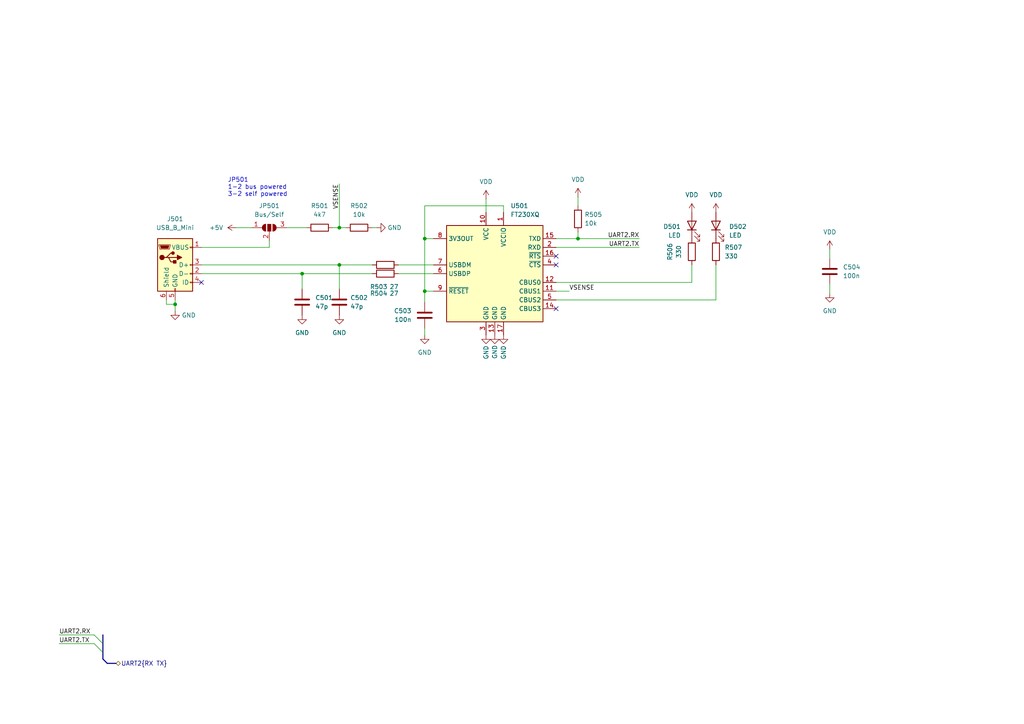
<source format=kicad_sch>
(kicad_sch (version 20211123) (generator eeschema)
  (paper "A4")
  (lib_symbols
    (symbol "Connector:USB_B_Mini" (pin_names (offset 1.016))
      (property "Reference" "J" (at -5.08 11.43 0))
      (property "Value" "USB_B_Mini" (at -5.08 8.89 0))
      (symbol "USB_B_Mini_0_1"
        (rectangle (start -5.08 -7.62) (end 5.08 7.62) (stroke (width 0.254)) (fill (type background)))
        (circle (center -3.81 2.159) (radius 0.635) (stroke (width 0.254)) (fill (type outline)))
        (circle (center -0.635 3.429) (radius 0.381) (stroke (width 0.254)) (fill (type outline)))
        (rectangle (start -0.127 -7.62) (end 0.127 -6.858))
        (polyline (pts (xy -1.905 2.159) (xy 0.635 2.159)) (stroke (width 0.254)))
        (polyline (pts (xy -3.175 2.159) (xy -2.54 2.159) (xy -1.27 3.429) (xy -0.635 3.429)) (stroke (width 0.254)))
        (polyline (pts (xy -2.54 2.159) (xy -1.905 2.159) (xy -1.27 0.889) (xy 0 0.889)) (stroke (width 0.254)))
        (polyline (pts (xy 0.635 2.794) (xy 0.635 1.524) (xy 1.905 2.159) (xy 0.635 2.794)) (stroke (width 0.254)) (fill (type outline)))
        (polyline (pts (xy -4.318 5.588) (xy -1.778 5.588) (xy -2.032 4.826) (xy -4.064 4.826) (xy -4.318 5.588)) (fill (type outline)))
        (polyline (pts (xy -4.699 5.842) (xy -4.699 5.588) (xy -4.445 4.826) (xy -4.445 4.572) (xy -1.651 4.572) (xy -1.651 4.826) (xy -1.397 5.588) (xy -1.397 5.842) (xy -4.699 5.842)))
        (rectangle (start 0.254 1.27) (end -0.508 0.508) (stroke (width 0.254)) (fill (type outline)))
        (rectangle (start 5.08 -5.207) (end 4.318 -4.953))
        (rectangle (start 5.08 -2.667) (end 4.318 -2.413))
        (rectangle (start 5.08 -0.127) (end 4.318 0.127))
        (rectangle (start 5.08 4.953) (end 4.318 5.207))
      )
      (symbol "USB_B_Mini_1_1"
        (pin power_out line (at 7.62 5.08 180) (length 2.54) (name "VBUS") (number "1"))
        (pin bidirectional line (at 7.62 -2.54 180) (length 2.54) (name "D-") (number "2"))
        (pin bidirectional line (at 7.62 0 180) (length 2.54) (name "D+") (number "3"))
        (pin passive line (at 7.62 -5.08 180) (length 2.54) (name "ID") (number "4"))
        (pin power_out line (at 0 -10.16 90) (length 2.54) (name "GND") (number "5"))
        (pin passive line (at -2.54 -10.16 90) (length 2.54) (name "Shield") (number "6"))
      )
    )
    (symbol "Device:C" (pin_numbers hide) (pin_names (offset 0.254))
      (property "Reference" "C" (at 0.635 2.54 0))
      (property "Value" "C" (at 0.635 -2.54 0))
      (symbol "C_0_1"
        (polyline (pts (xy -2.032 -0.762) (xy 2.032 -0.762)) (stroke (width 0.508)))
        (polyline (pts (xy -2.032 0.762) (xy 2.032 0.762)) (stroke (width 0.508)))
      )
      (symbol "C_1_1"
        (pin passive line (at 0 3.81 270) (length 2.794) (name "~") (number "1"))
        (pin passive line (at 0 -3.81 90) (length 2.794) (name "~") (number "2"))
      )
    )
    (symbol "Device:LED" (pin_numbers hide) (pin_names (offset 1.016) hide)
      (property "Reference" "D" (at 0 2.54 0))
      (property "Value" "LED" (at 0 -2.54 0))
      (symbol "LED_0_1"
        (polyline (pts (xy -1.27 -1.27) (xy -1.27 1.27)) (stroke (width 0.254)))
        (polyline (pts (xy -1.27 0) (xy 1.27 0)))
        (polyline (pts (xy 1.27 -1.27) (xy 1.27 1.27) (xy -1.27 0) (xy 1.27 -1.27)) (stroke (width 0.254)))
        (polyline (pts (xy -3.048 -0.762) (xy -4.572 -2.286) (xy -3.81 -2.286) (xy -4.572 -2.286) (xy -4.572 -1.524)))
        (polyline (pts (xy -1.778 -0.762) (xy -3.302 -2.286) (xy -2.54 -2.286) (xy -3.302 -2.286) (xy -3.302 -1.524)))
      )
      (symbol "LED_1_1"
        (pin passive line (at -3.81 0 0) (length 2.54) (name "K") (number "1"))
        (pin passive line (at 3.81 0 180) (length 2.54) (name "A") (number "2"))
      )
    )
    (symbol "Device:R" (pin_numbers hide) (pin_names (offset 0))
      (property "Reference" "R" (at 2.032 0 90))
      (property "Value" "R" (at 0 0 90))
      (symbol "R_0_1"
        (rectangle (start -1.016 -2.54) (end 1.016 2.54) (stroke (width 0.254)))
      )
      (symbol "R_1_1"
        (pin passive line (at 0 3.81 270) (length 1.27) (name "~") (number "1"))
        (pin passive line (at 0 -3.81 90) (length 1.27) (name "~") (number "2"))
      )
    )
    (symbol "Interface_USB:FT230XQ"
      (property "Reference" "U" (at -13.97 15.24 0))
      (property "Value" "FT230XQ" (at 7.62 15.24 0))
      (symbol "FT230XQ_0_1"
        (rectangle (start -13.97 13.97) (end 13.97 -13.97) (stroke (width 0.254)) (fill (type background)))
      )
      (symbol "FT230XQ_1_1"
        (pin power_in line (at 2.54 17.78 270) (length 3.81) (name "VCCIO") (number "1"))
        (pin power_in line (at -2.54 17.78 270) (length 3.81) (name "VCC") (number "10"))
        (pin bidirectional line (at 17.78 -5.08 180) (length 3.81) (name "CBUS1") (number "11"))
        (pin bidirectional line (at 17.78 -2.54 180) (length 3.81) (name "CBUS0") (number "12"))
        (pin power_in line (at 0 -17.78 90) (length 3.81) (name "GND") (number "13"))
        (pin bidirectional line (at 17.78 -10.16 180) (length 3.81) (name "CBUS3") (number "14"))
        (pin output line (at 17.78 10.16 180) (length 3.81) (name "TXD") (number "15"))
        (pin output line (at 17.78 5.08 180) (length 3.81) (name "~{RTS}") (number "16"))
        (pin power_in line (at 2.54 -17.78 90) (length 3.81) (name "GND") (number "17"))
        (pin input line (at 17.78 7.62 180) (length 3.81) (name "RXD") (number "2"))
        (pin power_in line (at -2.54 -17.78 90) (length 3.81) (name "GND") (number "3"))
        (pin input line (at 17.78 2.54 180) (length 3.81) (name "~{CTS}") (number "4"))
        (pin bidirectional line (at 17.78 -7.62 180) (length 3.81) (name "CBUS2") (number "5"))
        (pin bidirectional line (at -17.78 0 0) (length 3.81) (name "USBDP") (number "6"))
        (pin bidirectional line (at -17.78 2.54 0) (length 3.81) (name "USBDM") (number "7"))
        (pin power_out line (at -17.78 10.16 0) (length 3.81) (name "3V3OUT") (number "8"))
        (pin input line (at -17.78 -5.08 0) (length 3.81) (name "~{RESET}") (number "9"))
      )
    )
    (symbol "Jumper:SolderJumper_3_Open" (pin_names (offset 0) hide)
      (property "Reference" "JP" (at -2.54 -2.54 0))
      (property "Value" "SolderJumper_3_Open" (at 0 2.794 0))
      (symbol "SolderJumper_3_Open_0_1"
        (arc (start -1.016 1.016) (mid -2.032 0) (end -1.016 -1.016))
        (arc (start -1.016 1.016) (mid -2.032 0) (end -1.016 -1.016) (fill (type outline)))
        (rectangle (start -0.508 1.016) (end 0.508 -1.016) (fill (type outline)))
        (polyline (pts (xy -2.54 0) (xy -2.032 0)))
        (polyline (pts (xy -1.016 1.016) (xy -1.016 -1.016)))
        (polyline (pts (xy 0 -1.27) (xy 0 -1.016)))
        (polyline (pts (xy 1.016 1.016) (xy 1.016 -1.016)))
        (polyline (pts (xy 2.54 0) (xy 2.032 0)))
        (arc (start 1.016 -1.016) (mid 2.032 0) (end 1.016 1.016))
        (arc (start 1.016 -1.016) (mid 2.032 0) (end 1.016 1.016) (fill (type outline)))
      )
      (symbol "SolderJumper_3_Open_1_1"
        (pin passive line (at -5.08 0 0) (length 2.54) (name "A") (number "1"))
        (pin passive line (at 0 -3.81 90) (length 2.54) (name "C") (number "2"))
        (pin passive line (at 5.08 0 180) (length 2.54) (name "B") (number "3"))
      )
    )
    (symbol "power:+5V" (power) (pin_names (offset 0))
      (property "Value" "+5V" (at 0 3.556 0))
      (symbol "+5V_0_1"
        (polyline (pts (xy -0.762 1.27) (xy 0 2.54)))
        (polyline (pts (xy 0 0) (xy 0 2.54)))
        (polyline (pts (xy 0 2.54) (xy 0.762 1.27)))
      )
      (symbol "+5V_1_1"
        (pin power_in line (at 0 0 90) (length 0) hide (name "+5V") (number "1"))
      )
    )
    (symbol "power:GND" (power) (pin_names (offset 0))
      (property "Value" "GND" (at 0 -3.81 0))
      (symbol "GND_0_1"
        (polyline (pts (xy 0 0) (xy 0 -1.27) (xy 1.27 -1.27) (xy 0 -2.54) (xy -1.27 -1.27) (xy 0 -1.27)))
      )
      (symbol "GND_1_1"
        (pin power_in line (at 0 0 270) (length 0) hide (name "GND") (number "1"))
      )
    )
    (symbol "power:VDD" (power) (pin_names (offset 0))
      (property "Value" "VDD" (at 0 3.81 0))
      (symbol "VDD_0_1"
        (polyline (pts (xy -0.762 1.27) (xy 0 2.54)))
        (polyline (pts (xy 0 0) (xy 0 2.54)))
        (polyline (pts (xy 0 2.54) (xy 0.762 1.27)))
      )
      (symbol "VDD_1_1"
        (pin power_in line (at 0 0 90) (length 0) hide (name "VDD") (number "1"))
      )
    )
  )
  (junction (at 167.64 69.215))
  (junction (at 98.425 76.835))
  (junction (at 98.425 66.04))
  (junction (at 123.19 69.215))
  (junction (at 50.8 88.265))
  (junction (at 87.63 79.375))
  (junction (at 123.19 84.455))
  (no_connect (at 161.29 74.295))
  (no_connect (at 58.42 81.915))
  (no_connect (at 161.29 76.835))
  (no_connect (at 161.29 89.535))
  (bus_entry (at 27.305 184.15) (size 2.54 2.54))
  (bus_entry (at 27.305 186.69) (size 2.54 2.54))
  (wire (pts (xy 200.66 81.915) (xy 200.66 76.835)))
  (bus (pts (xy 29.845 191.135) (xy 31.115 192.405)))
  (wire (pts (xy 58.42 71.755) (xy 78.105 71.755)))
  (bus (pts (xy 29.845 189.23) (xy 29.845 191.135)))
  (wire (pts (xy 207.645 76.835) (xy 207.645 86.995)))
  (wire (pts (xy 161.29 71.755) (xy 185.42 71.755)))
  (wire (pts (xy 123.19 84.455) (xy 125.73 84.455)))
  (wire (pts (xy 240.665 72.39) (xy 240.665 74.93)))
  (wire (pts (xy 167.64 69.215) (xy 185.42 69.215)))
  (wire (pts (xy 115.57 79.375) (xy 125.73 79.375)))
  (wire (pts (xy 167.64 57.15) (xy 167.64 59.69)))
  (wire (pts (xy 123.19 59.69) (xy 123.19 69.215)))
  (wire (pts (xy 98.425 76.835) (xy 107.95 76.835)))
  (wire (pts (xy 50.8 90.17) (xy 50.8 88.265)))
  (wire (pts (xy 83.185 66.04) (xy 88.9 66.04)))
  (wire (pts (xy 17.145 186.69) (xy 27.305 186.69)))
  (wire (pts (xy 240.665 82.55) (xy 240.665 85.09)))
  (wire (pts (xy 161.29 81.915) (xy 200.66 81.915)))
  (wire (pts (xy 161.29 69.215) (xy 167.64 69.215)))
  (wire (pts (xy 140.97 57.785) (xy 140.97 61.595)))
  (wire (pts (xy 123.19 97.155) (xy 123.19 95.25)))
  (wire (pts (xy 96.52 66.04) (xy 98.425 66.04)))
  (bus (pts (xy 31.115 192.405) (xy 33.655 192.405)))
  (wire (pts (xy 58.42 79.375) (xy 87.63 79.375)))
  (bus (pts (xy 29.845 184.15) (xy 29.845 186.69)))
  (wire (pts (xy 50.8 88.265) (xy 50.8 86.995)))
  (wire (pts (xy 123.19 84.455) (xy 123.19 87.63)))
  (bus (pts (xy 29.845 186.69) (xy 29.845 189.23)))
  (wire (pts (xy 123.19 69.215) (xy 123.19 84.455)))
  (wire (pts (xy 98.425 53.34) (xy 98.425 66.04)))
  (wire (pts (xy 78.105 71.755) (xy 78.105 69.85)))
  (wire (pts (xy 87.63 83.82) (xy 87.63 79.375)))
  (wire (pts (xy 48.26 88.265) (xy 50.8 88.265)))
  (wire (pts (xy 48.26 86.995) (xy 48.26 88.265)))
  (wire (pts (xy 115.57 76.835) (xy 125.73 76.835)))
  (wire (pts (xy 167.64 67.31) (xy 167.64 69.215)))
  (wire (pts (xy 98.425 76.835) (xy 98.425 83.82)))
  (wire (pts (xy 161.29 86.995) (xy 207.645 86.995)))
  (wire (pts (xy 87.63 79.375) (xy 107.95 79.375)))
  (wire (pts (xy 123.19 69.215) (xy 125.73 69.215)))
  (wire (pts (xy 98.425 66.04) (xy 100.33 66.04)))
  (wire (pts (xy 107.95 66.04) (xy 109.22 66.04)))
  (wire (pts (xy 58.42 76.835) (xy 98.425 76.835)))
  (wire (pts (xy 146.05 59.69) (xy 123.19 59.69)))
  (wire (pts (xy 146.05 61.595) (xy 146.05 59.69)))
  (wire (pts (xy 161.29 84.455) (xy 165.1 84.455)))
  (wire (pts (xy 17.145 184.15) (xy 27.305 184.15)))
  (wire (pts (xy 68.58 66.04) (xy 73.025 66.04)))
  (text "JP501\n1-2 bus powered\n3-2 self powered\n" (at 66.04 57.15 0) (effects (font (size 1.27 1.27)) (justify left bottom)))
  (label "VSENSE" (at 165.1 84.455 0))
  (label "UART2.TX" (at 185.42 71.755 180))
  (label "UART2.TX" (at 17.145 186.69 0))
  (label "UART2.RX" (at 185.42 69.215 180))
  (label "VSENSE" (at 98.425 53.34 270))
  (label "UART2.RX" (at 17.145 184.15 0))
  (hierarchical_label "UART2{RX TX}" (shape bidirectional) (at 33.655 192.405 0))
  (symbol (lib_id "Device:R") (at 104.14 66.04 90) (unit 1)
    (property "Reference" "R502" (at 104.14 59.69 90))
    (property "Value" "10k" (at 104.14 62.23 90))
    (property "Footprint" "Resistor_SMD:R_0603_1608Metric_Pad0.98x0.95mm_HandSolder" (effects hide))
  )
  (symbol (lib_id "power:GND") (at 123.19 97.155 0) (unit 1)
    (property "Reference" "#PWR0506" (effects hide))
    (property "Value" "GND" (at 123.19 102.235 0))
  )
  (symbol (lib_id "power:+5V") (at 68.58 66.04 90) (unit 1)
    (property "Reference" "#PWR0502" (effects hide))
    (property "Value" "+5V" (at 64.77 66.0399 90) (effects (justify left)))
  )
  (symbol (lib_id "Device:C") (at 87.63 87.63 0) (unit 1)
    (property "Reference" "C501" (at 91.44 86.3599 0) (effects (justify left)))
    (property "Value" "47p" (at 91.44 88.8999 0) (effects (justify left)))
    (property "Footprint" "Capacitor_SMD:C_0603_1608Metric_Pad1.08x0.95mm_HandSolder" (effects hide))
  )
  (symbol (lib_id "power:GND") (at 146.05 97.155 0) (unit 1)
    (property "Reference" "#PWR0510" (effects hide))
    (property "Value" "GND" (at 146.05 102.235 90))
  )
  (symbol (lib_id "power:VDD") (at 167.64 57.15 0) (unit 1)
    (property "Reference" "#PWR0511" (effects hide))
    (property "Value" "VDD" (at 167.64 52.07 0))
  )
  (symbol (lib_id "power:GND") (at 50.8 90.17 0) (unit 1)
    (property "Reference" "#PWR0501" (effects hide))
    (property "Value" "GND" (at 52.705 91.4399 0) (effects (justify left)))
  )
  (symbol (lib_id "Device:R") (at 111.76 76.835 90) (unit 1)
    (property "Reference" "R503" (at 109.855 83.185 90))
    (property "Value" "27" (at 114.3 83.185 90))
    (property "Footprint" "Resistor_SMD:R_0603_1608Metric_Pad0.98x0.95mm_HandSolder" (effects hide))
  )
  (symbol (lib_id "Device:LED") (at 200.66 65.405 90) (unit 1)
    (property "Reference" "D501" (at 197.485 65.7224 90) (effects (justify left)))
    (property "Value" "LED" (at 197.485 68.2624 90) (effects (justify left)))
    (property "Footprint" "LED_SMD:LED_1206_3216Metric_Pad1.42x1.75mm_HandSolder" (effects hide))
  )
  (symbol (lib_id "power:GND") (at 98.425 91.44 0) (unit 1)
    (property "Reference" "#PWR0504" (effects hide))
    (property "Value" "GND" (at 98.425 96.52 0))
  )
  (symbol (lib_id "Device:C") (at 123.19 91.44 0) (unit 1)
    (property "Reference" "C503" (at 119.38 90.1699 0) (effects (justify right)))
    (property "Value" "100n" (at 119.38 92.7099 0) (effects (justify right)))
    (property "Footprint" "Capacitor_SMD:C_0603_1608Metric_Pad1.08x0.95mm_HandSolder" (effects hide))
  )
  (symbol (lib_id "power:GND") (at 143.51 97.155 0) (unit 1)
    (property "Reference" "#PWR0509" (effects hide))
    (property "Value" "GND" (at 143.51 104.14 90) (effects (justify left)))
  )
  (symbol (lib_id "power:VDD") (at 240.665 72.39 0) (unit 1)
    (property "Reference" "#PWR0514" (effects hide))
    (property "Value" "VDD" (at 240.665 67.31 0))
  )
  (symbol (lib_id "Device:R") (at 207.645 73.025 180) (unit 1)
    (property "Reference" "R507" (at 210.185 71.7549 0) (effects (justify right)))
    (property "Value" "330" (at 210.185 74.2949 0) (effects (justify right)))
    (property "Footprint" "Resistor_SMD:R_0603_1608Metric_Pad0.98x0.95mm_HandSolder" (effects hide))
  )
  (symbol (lib_id "Device:R") (at 92.71 66.04 270) (unit 1)
    (property "Reference" "R501" (at 92.71 59.69 90))
    (property "Value" "4k7" (at 92.71 62.23 90))
    (property "Footprint" "Resistor_SMD:R_0603_1608Metric_Pad0.98x0.95mm_HandSolder" (effects hide))
  )
  (symbol (lib_id "Device:C") (at 98.425 87.63 0) (unit 1)
    (property "Reference" "C502" (at 101.6 86.3599 0) (effects (justify left)))
    (property "Value" "47p" (at 101.6 88.8999 0) (effects (justify left)))
    (property "Footprint" "Capacitor_SMD:C_0603_1608Metric_Pad1.08x0.95mm_HandSolder" (effects hide))
  )
  (symbol (lib_id "power:GND") (at 109.22 66.04 90) (unit 1)
    (property "Reference" "#PWR0505" (effects hide))
    (property "Value" "GND" (at 112.395 66.0399 90) (effects (justify right)))
  )
  (symbol (lib_id "power:VDD") (at 207.645 61.595 0) (unit 1)
    (property "Reference" "#PWR0513" (effects hide))
    (property "Value" "VDD" (at 207.645 56.515 0))
  )
  (symbol (lib_id "Connector:USB_B_Mini") (at 50.8 76.835 0) (unit 1)
    (property "Reference" "J501" (at 50.8 63.5 0))
    (property "Value" "USB_B_Mini" (at 50.8 66.04 0))
    (property "Footprint" "Connector_USB:USB_Mini-B_Wuerth_65100516121_Horizontal" (effects hide))
  )
  (symbol (lib_id "power:VDD") (at 200.66 61.595 0) (unit 1)
    (property "Reference" "#PWR0512" (effects hide))
    (property "Value" "VDD" (at 200.66 56.515 0))
  )
  (symbol (lib_id "power:VDD") (at 140.97 57.785 0) (unit 1)
    (property "Reference" "#PWR0507" (effects hide))
    (property "Value" "VDD" (at 140.97 52.705 0))
  )
  (symbol (lib_id "Device:R") (at 167.64 63.5 180) (unit 1)
    (property "Reference" "R505" (at 169.545 62.2299 0) (effects (justify right)))
    (property "Value" "10k" (at 169.545 64.7699 0) (effects (justify right)))
    (property "Footprint" "Resistor_SMD:R_0603_1608Metric_Pad0.98x0.95mm_HandSolder" (effects hide))
  )
  (symbol (lib_id "Device:R") (at 111.76 79.375 90) (unit 1)
    (property "Reference" "R504" (at 109.855 85.09 90))
    (property "Value" "27" (at 114.3 85.09 90))
    (property "Footprint" "Resistor_SMD:R_0603_1608Metric_Pad0.98x0.95mm_HandSolder" (effects hide))
  )
  (symbol (lib_id "power:GND") (at 240.665 85.09 0) (unit 1)
    (property "Reference" "#PWR0515" (effects hide))
    (property "Value" "GND" (at 240.665 90.17 0))
  )
  (symbol (lib_id "Device:LED") (at 207.645 65.405 90) (unit 1)
    (property "Reference" "D502" (at 211.455 65.7224 90) (effects (justify right)))
    (property "Value" "LED" (at 211.455 68.2624 90) (effects (justify right)))
    (property "Footprint" "LED_SMD:LED_1206_3216Metric_Pad1.42x1.75mm_HandSolder" (effects hide))
  )
  (symbol (lib_id "power:GND") (at 140.97 97.155 0) (unit 1)
    (property "Reference" "#PWR0508" (effects hide))
    (property "Value" "GND" (at 140.97 102.235 90))
  )
  (symbol (lib_id "power:GND") (at 87.63 91.44 0) (unit 1)
    (property "Reference" "#PWR0503" (effects hide))
    (property "Value" "GND" (at 87.63 96.52 0))
  )
  (symbol (lib_id "Interface_USB:FT230XQ") (at 143.51 79.375 0) (unit 1)
    (property "Reference" "U501" (at 148.0694 59.69 0) (effects (justify left)))
    (property "Value" "FT230XQ" (at 148.0694 62.23 0) (effects (justify left)))
    (property "Footprint" "Package_DFN_QFN:QFN-16-1EP_4x4mm_P0.65mm_EP2.1x2.1mm" (effects hide))
    (property "Datasheet" "https://www.ftdichip.com/Support/Documents/DataSheets/ICs/DS_FT230X.pdf" (effects hide))
  )
  (symbol (lib_id "Jumper:SolderJumper_3_Open") (at 78.105 66.04 0) (unit 1)
    (property "Reference" "JP501" (at 78.105 59.69 0))
    (property "Value" "Bus/Self" (at 78.105 62.23 0))
    (property "Footprint" "Jumper:SolderJumper-3_P1.3mm_Open_RoundedPad1.0x1.5mm_NumberLabels" (effects hide))
  )
  (symbol (lib_id "Device:C") (at 240.665 78.74 0) (unit 1)
    (property "Reference" "C504" (at 244.475 77.4699 0) (effects (justify left)))
    (property "Value" "100n" (at 244.475 80.0099 0) (effects (justify left)))
    (property "Footprint" "Capacitor_SMD:C_0603_1608Metric_Pad1.08x0.95mm_HandSolder" (effects hide))
  )
  (symbol (lib_id "Device:R") (at 200.66 73.025 180) (unit 1)
    (property "Reference" "R506" (at 194.31 73.025 90))
    (property "Value" "330" (at 196.85 73.025 90))
    (property "Footprint" "Resistor_SMD:R_0603_1608Metric_Pad0.98x0.95mm_HandSolder" (effects hide))
  )
)
</source>
